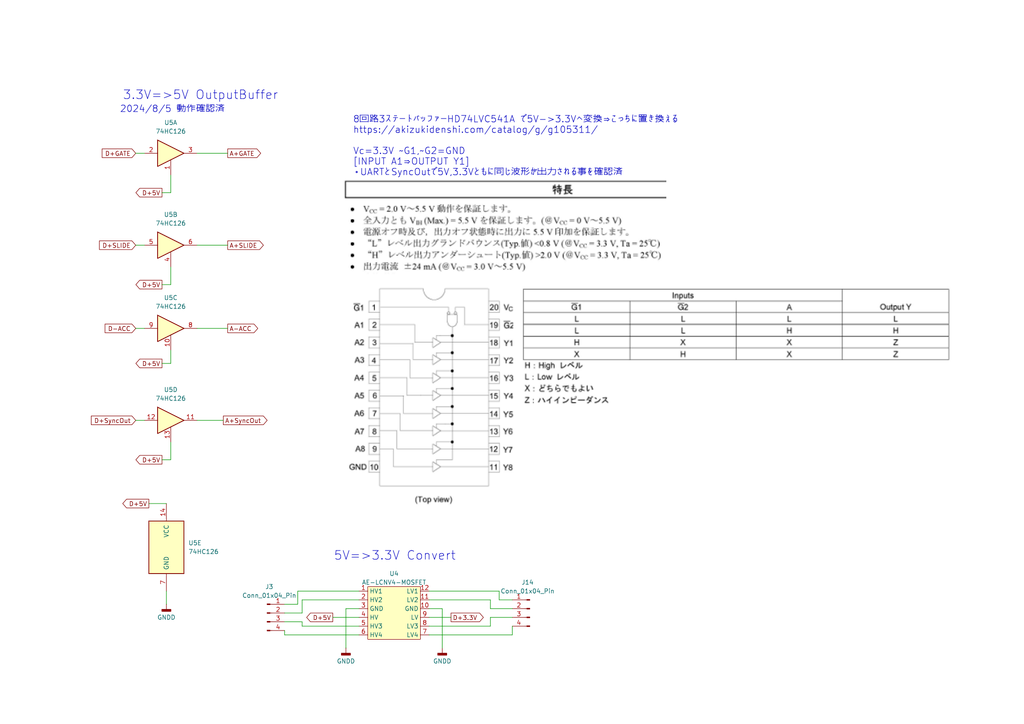
<source format=kicad_sch>
(kicad_sch (version 20231120) (generator "eeschema") (generator_version "8.0")
  (paper "A4")
  (lib_symbols
    (symbol "74xx:74LS126" (pin_names (offset 1.016))
      (property "Reference" "U" (at 0 1.27 0))
      (property "Value" "74LS126" (at 0 -1.27 0))
      (symbol "74LS126_1_0"
        (polyline (pts (xy -3.81 3.81) (xy -3.81 -3.81) (xy 3.81 0) (xy -3.81 3.81)) (stroke (width 0.254)) (fill (type background)))
        (pin input line (at 0 -6.35 90) (length 4.445) (name "~") (number "1"))
        (pin input line (at -7.62 0 0) (length 3.81) (name "~") (number "2"))
        (pin tri_state line (at 7.62 0 180) (length 3.81) (name "~") (number "3"))
      )
      (symbol "74LS126_2_0"
        (polyline (pts (xy -3.81 3.81) (xy -3.81 -3.81) (xy 3.81 0) (xy -3.81 3.81)) (stroke (width 0.254)) (fill (type background)))
        (pin input line (at 0 -6.35 90) (length 4.445) (name "~") (number "4"))
        (pin input line (at -7.62 0 0) (length 3.81) (name "~") (number "5"))
        (pin tri_state line (at 7.62 0 180) (length 3.81) (name "~") (number "6"))
      )
      (symbol "74LS126_3_0"
        (polyline (pts (xy -3.81 3.81) (xy -3.81 -3.81) (xy 3.81 0) (xy -3.81 3.81)) (stroke (width 0.254)) (fill (type background)))
        (pin input line (at 0 -6.35 90) (length 4.445) (name "~") (number "10"))
        (pin tri_state line (at 7.62 0 180) (length 3.81) (name "~") (number "8"))
        (pin input line (at -7.62 0 0) (length 3.81) (name "~") (number "9"))
      )
      (symbol "74LS126_4_0"
        (polyline (pts (xy -3.81 3.81) (xy -3.81 -3.81) (xy 3.81 0) (xy -3.81 3.81)) (stroke (width 0.254)) (fill (type background)))
        (pin tri_state line (at 7.62 0 180) (length 3.81) (name "~") (number "11"))
        (pin input line (at -7.62 0 0) (length 3.81) (name "~") (number "12"))
        (pin input line (at 0 -6.35 90) (length 4.445) (name "~") (number "13"))
      )
      (symbol "74LS126_5_0"
        (pin power_in line (at 0 12.7 270) (length 5.08) (name "VCC") (number "14"))
        (pin power_in line (at 0 -12.7 90) (length 5.08) (name "GND") (number "7"))
      )
      (symbol "74LS126_5_1"
        (rectangle (start -5.08 7.62) (end 5.08 -7.62) (stroke (width 0.254)) (fill (type background)))
      )
    )
    (symbol "Connector:Conn_01x04_Pin" (pin_names (offset 1.016) hide)
      (property "Reference" "J" (at 0 5.08 0))
      (property "Value" "Conn_01x04_Pin" (at 0 -7.62 0))
      (symbol "Conn_01x04_Pin_1_1"
        (polyline (pts (xy 1.27 -5.08) (xy 0.8636 -5.08)) (stroke (width 0.1524)))
        (polyline (pts (xy 1.27 -2.54) (xy 0.8636 -2.54)) (stroke (width 0.1524)))
        (polyline (pts (xy 1.27 0) (xy 0.8636 0)) (stroke (width 0.1524)))
        (polyline (pts (xy 1.27 2.54) (xy 0.8636 2.54)) (stroke (width 0.1524)))
        (rectangle (start 0.8636 -4.953) (end 0 -5.207) (stroke (width 0.1524)) (fill (type outline)))
        (rectangle (start 0.8636 -2.413) (end 0 -2.667) (stroke (width 0.1524)) (fill (type outline)))
        (rectangle (start 0.8636 0.127) (end 0 -0.127) (stroke (width 0.1524)) (fill (type outline)))
        (rectangle (start 0.8636 2.667) (end 0 2.413) (stroke (width 0.1524)) (fill (type outline)))
        (pin passive line (at 5.08 2.54 180) (length 3.81) (name "Pin_1") (number "1"))
        (pin passive line (at 5.08 0 180) (length 3.81) (name "Pin_2") (number "2"))
        (pin passive line (at 5.08 -2.54 180) (length 3.81) (name "Pin_3") (number "3"))
        (pin passive line (at 5.08 -5.08 180) (length 3.81) (name "Pin_4") (number "4"))
      )
    )
    (symbol "SamacSys_Parts:AE-LCNV4-MOSFET(BSS138)"
      (property "Reference" "U" (at 0 1.778 0))
      (symbol "AE-LCNV4-MOSFET(BSS138)_1_1"
        (rectangle (start -7.62 -1.27) (end 7.62 -16.51) (fill (type background)))
        (pin bidirectional line (at -10.16 -2.54 0) (length 2.54) (name "HV1") (number "1"))
        (pin power_in line (at 10.16 -7.62 180) (length 2.54) (name "GND") (number "10"))
        (pin bidirectional line (at 10.16 -5.08 180) (length 2.54) (name "LV2") (number "11"))
        (pin bidirectional line (at 10.16 -2.54 180) (length 2.54) (name "LV1") (number "12"))
        (pin bidirectional line (at -10.16 -5.08 0) (length 2.54) (name "HV2") (number "2"))
        (pin power_in line (at -10.16 -7.62 0) (length 2.54) (name "GND") (number "3"))
        (pin power_in line (at -10.16 -10.16 0) (length 2.54) (name "HV") (number "4"))
        (pin bidirectional line (at -10.16 -12.7 0) (length 2.54) (name "HV3") (number "5"))
        (pin bidirectional line (at -10.16 -15.24 0) (length 2.54) (name "HV4") (number "6"))
        (pin bidirectional line (at 10.16 -15.24 180) (length 2.54) (name "LV4") (number "7"))
        (pin bidirectional line (at 10.16 -12.7 180) (length 2.54) (name "LV3") (number "8"))
        (pin power_in line (at 10.16 -10.16 180) (length 2.54) (name "LV") (number "9"))
      )
    )
    (symbol "power:GNDD" (power) (pin_numbers hide) (pin_names (offset 0) hide)
      (property "Value" "GNDD" (at 0 -3.175 0))
      (symbol "GNDD_0_1"
        (rectangle (start -1.27 -1.524) (end 1.27 -2.032) (stroke (width 0.254)) (fill (type outline)))
        (polyline (pts (xy 0 0) (xy 0 -1.524)))
      )
      (symbol "GNDD_1_1"
        (pin power_in line (at 0 0 270) (length 0) (name "~") (number "1"))
      )
    )
  )
  (wire (pts (xy 148.59 173.99) (xy 144.78 173.99)))
  (wire (pts (xy 142.24 181.61) (xy 124.46 181.61)))
  (wire (pts (xy 87.63 181.61) (xy 104.14 181.61)))
  (wire (pts (xy 96.52 179.07) (xy 104.14 179.07)))
  (wire (pts (xy 43.18 146.05) (xy 48.26 146.05)))
  (wire (pts (xy 49.53 105.41) (xy 46.99 105.41)))
  (wire (pts (xy 49.53 82.55) (xy 46.99 82.55)))
  (wire (pts (xy 144.78 173.99) (xy 144.78 171.45)))
  (wire (pts (xy 49.53 77.47) (xy 49.53 82.55)))
  (wire (pts (xy 142.24 173.99) (xy 142.24 176.53)))
  (wire (pts (xy 57.15 95.25) (xy 66.04 95.25)))
  (wire (pts (xy 148.59 184.15) (xy 148.59 181.61)))
  (wire (pts (xy 57.15 44.45) (xy 66.04 44.45)))
  (wire (pts (xy 57.15 121.92) (xy 64.77 121.92)))
  (wire (pts (xy 39.37 71.12) (xy 41.91 71.12)))
  (wire (pts (xy 100.33 176.53) (xy 100.33 187.96)))
  (wire (pts (xy 144.78 171.45) (xy 124.46 171.45)))
  (wire (pts (xy 124.46 173.99) (xy 142.24 173.99)))
  (wire (pts (xy 124.46 176.53) (xy 128.27 176.53)))
  (wire (pts (xy 82.55 175.26) (xy 86.36 175.26)))
  (wire (pts (xy 87.63 180.34) (xy 87.63 181.61)))
  (wire (pts (xy 142.24 179.07) (xy 142.24 181.61)))
  (wire (pts (xy 49.53 101.6) (xy 49.53 105.41)))
  (wire (pts (xy 39.37 95.25) (xy 41.91 95.25)))
  (wire (pts (xy 104.14 176.53) (xy 100.33 176.53)))
  (wire (pts (xy 86.36 171.45) (xy 104.14 171.45)))
  (wire (pts (xy 49.53 128.27) (xy 49.53 133.35)))
  (wire (pts (xy 49.53 55.88) (xy 46.99 55.88)))
  (wire (pts (xy 86.36 175.26) (xy 86.36 171.45)))
  (wire (pts (xy 124.46 179.07) (xy 130.81 179.07)))
  (wire (pts (xy 142.24 176.53) (xy 148.59 176.53)))
  (wire (pts (xy 148.59 179.07) (xy 142.24 179.07)))
  (wire (pts (xy 48.26 171.45) (xy 48.26 175.26)))
  (wire (pts (xy 39.37 44.45) (xy 41.91 44.45)))
  (wire (pts (xy 49.53 50.8) (xy 49.53 55.88)))
  (wire (pts (xy 104.14 173.99) (xy 87.63 173.99)))
  (wire (pts (xy 87.63 173.99) (xy 87.63 177.8)))
  (wire (pts (xy 128.27 176.53) (xy 128.27 187.96)))
  (wire (pts (xy 57.15 71.12) (xy 66.04 71.12)))
  (wire (pts (xy 39.37 121.92) (xy 41.91 121.92)))
  (wire (pts (xy 82.55 182.88) (xy 82.55 184.15)))
  (wire (pts (xy 49.53 133.35) (xy 46.99 133.35)))
  (wire (pts (xy 82.55 180.34) (xy 87.63 180.34)))
  (wire (pts (xy 82.55 184.15) (xy 104.14 184.15)))
  (wire (pts (xy 124.46 184.15) (xy 148.59 184.15)))
  (wire (pts (xy 87.63 177.8) (xy 82.55 177.8)))
  (image (at 187.96 100.33) (scale 0.888688))
  (text "3.3V=>5V OutputBuffer" (at 35.56 27.686 0) (effects (font (size 2.54 2.54)) (justify left)))
  (text "2024/8/5 動作確認済" (at 50.038 31.75 0) (effects (font (size 1.905 1.905))))
  (text "8回路3ステートバッファーHD74LVC541A で5V->3.3Vへ変換⇒こっちに置き換える\nhttps://akizukidenshi.com/catalog/g/g105311/\n\nVc=3.3V ~G1,~G2=GND\n[INPUT A1⇒OUTPUT Y1]\n・UARTとSyncOutで5V,3.3Vともに同じ波形が出力される事を確認済" (at 102.362 42.418 0) (effects (font (size 1.905 1.905)) (justify left)))
  (text "5V=>3.3V Convert" (at 96.774 161.29 0) (effects (font (size 2.54 2.54)) (justify left)))
  (global_label "A+SLIDE" (shape output) (at 66.04 71.12 0) (property "Intersheetrefs" "${INTERSHEET_REFS}" (effects (hide yes))))
  (global_label "A+SyncOut" (shape output) (at 64.77 121.92 0) (property "Intersheetrefs" "${INTERSHEET_REFS}" (effects (hide yes))))
  (global_label "D+GATE" (shape input) (at 39.37 44.45 180) (property "Intersheetrefs" "${INTERSHEET_REFS}" (effects (hide yes))))
  (global_label "D-ACC" (shape input) (at 39.37 95.25 180) (property "Intersheetrefs" "${INTERSHEET_REFS}" (effects (hide yes))))
  (global_label "A+GATE" (shape output) (at 66.04 44.45 0) (property "Intersheetrefs" "${INTERSHEET_REFS}" (effects (hide yes))))
  (global_label "D+SLIDE" (shape input) (at 39.37 71.12 180) (property "Intersheetrefs" "${INTERSHEET_REFS}" (effects (hide yes))))
  (global_label "D+SyncOut" (shape input) (at 39.37 121.92 180) (property "Intersheetrefs" "${INTERSHEET_REFS}" (effects (hide yes))))
  (global_label "D+5V" (shape output) (at 46.99 55.88 180) (property "Intersheetrefs" "${INTERSHEET_REFS}" (effects (hide yes))))
  (global_label "D+5V" (shape output) (at 46.99 105.41 180) (property "Intersheetrefs" "${INTERSHEET_REFS}" (effects (hide yes))))
  (global_label "D+5V" (shape output) (at 96.52 179.07 180) (property "Intersheetrefs" "${INTERSHEET_REFS}" (effects (hide yes))))
  (global_label "D+5V" (shape output) (at 46.99 133.35 180) (property "Intersheetrefs" "${INTERSHEET_REFS}" (effects (hide yes))))
  (global_label "D+5V" (shape output) (at 43.18 146.05 180) (property "Intersheetrefs" "${INTERSHEET_REFS}" (effects (hide yes))))
  (global_label "D+3.3V" (shape output) (at 130.81 179.07 0) (property "Intersheetrefs" "${INTERSHEET_REFS}" (effects (hide yes))))
  (global_label "A-ACC" (shape output) (at 66.04 95.25 0) (property "Intersheetrefs" "${INTERSHEET_REFS}" (effects (hide yes))))
  (global_label "D+5V" (shape output) (at 46.99 82.55 180) (property "Intersheetrefs" "${INTERSHEET_REFS}" (effects (hide yes))))
  (symbol (lib_id "74xx:74LS126") (at 49.53 71.12 0) (unit 2)
    (property "Reference" "U5" (at 49.53 62.23 0))
    (property "Value" "74HC126" (at 49.53 64.77 0))
    (property "Footprint" "Package_DIP:DIP-14_W7.62mm" (effects (hide yes)))
    (property "Datasheet" "http://www.ti.com/lit/gpn/sn74LS126" (effects (hide yes)))
    (property "Description" "Quad buffer 3-State outputs" (effects (hide yes)))
  )
  (symbol (lib_id "Connector:Conn_01x04_Pin") (at 153.67 176.53 0) (mirror y) (unit 1)
    (property "Reference" "J14" (at 153.035 168.91 0))
    (property "Value" "Conn_01x04_Pin" (at 153.035 171.45 0))
    (property "Footprint" "Connector_PinSocket_2.54mm:PinSocket_1x04_P2.54mm_Vertical" (effects (hide yes)))
    (property "Description" "Generic connector, single row, 01x04, script generated" (effects (hide yes)))
  )
  (symbol (lib_id "SamacSys_Parts:AE-LCNV4-MOSFET(BSS138)") (at 114.3 168.91 0) (unit 1)
    (property "Reference" "U4" (at 114.3 166.37 0))
    (property "Value" "AE-LCNV4-MOSFET" (at 114.3 168.91 0))
    (property "Footprint" "SamacSys_Parts:CERDIP-14_W10.16mm_SideBrazed_LongPads_Socket" (effects (hide yes)))
    (property "Datasheet" "https://akizukidenshi.com/goodsaffix/AE-LCNV4-MOSFET_20200316.pdf" (effects (hide yes)))
  )
  (symbol (lib_id "power:GNDD") (at 128.27 187.96 0) (unit 1)
    (property "Reference" "#PWR012" (effects (hide yes)))
    (property "Value" "GNDD" (at 128.27 191.77 0))
    (property "Description" "Power symbol creates a global label with name \"GNDD\" , digital ground" (effects (hide yes)))
  )
  (symbol (lib_id "74xx:74LS126") (at 49.53 95.25 0) (unit 3)
    (property "Reference" "U5" (at 49.53 86.36 0))
    (property "Value" "74HC126" (at 49.53 88.9 0))
    (property "Footprint" "Package_DIP:DIP-14_W7.62mm" (effects (hide yes)))
    (property "Datasheet" "http://www.ti.com/lit/gpn/sn74LS126" (effects (hide yes)))
    (property "Description" "Quad buffer 3-State outputs" (effects (hide yes)))
  )
  (symbol (lib_id "power:GNDD") (at 100.33 187.96 0) (unit 1)
    (property "Reference" "#PWR011" (effects (hide yes)))
    (property "Value" "GNDD" (at 100.33 191.77 0))
    (property "Description" "Power symbol creates a global label with name \"GNDD\" , digital ground" (effects (hide yes)))
  )
  (symbol (lib_id "74xx:74LS126") (at 49.53 121.92 0) (unit 4)
    (property "Reference" "U5" (at 49.53 113.03 0))
    (property "Value" "74HC126" (at 49.53 115.57 0))
    (property "Footprint" "Package_DIP:DIP-14_W7.62mm" (effects (hide yes)))
    (property "Datasheet" "http://www.ti.com/lit/gpn/sn74LS126" (effects (hide yes)))
    (property "Description" "Quad buffer 3-State outputs" (effects (hide yes)))
  )
  (symbol (lib_id "74xx:74LS126") (at 49.53 44.45 0) (unit 1)
    (property "Reference" "U5" (at 49.53 35.56 0))
    (property "Value" "74HC126" (at 49.53 38.1 0))
    (property "Footprint" "Package_DIP:DIP-14_W7.62mm" (effects (hide yes)))
    (property "Datasheet" "http://www.ti.com/lit/gpn/sn74LS126" (effects (hide yes)))
    (property "Description" "Quad buffer 3-State outputs" (effects (hide yes)))
  )
  (symbol (lib_id "74xx:74LS126") (at 48.26 158.75 0) (unit 5)
    (property "Reference" "U5" (at 54.61 157.4799 0) (effects (justify left)))
    (property "Value" "74HC126" (at 54.61 160.0199 0) (effects (justify left)))
    (property "Footprint" "Package_DIP:DIP-14_W7.62mm" (effects (hide yes)))
    (property "Datasheet" "http://www.ti.com/lit/gpn/sn74LS126" (effects (hide yes)))
    (property "Description" "Quad buffer 3-State outputs" (effects (hide yes)))
  )
  (symbol (lib_id "Connector:Conn_01x04_Pin") (at 77.47 177.8 0) (unit 1)
    (property "Reference" "J3" (at 78.105 170.18 0))
    (property "Value" "Conn_01x04_Pin" (at 78.105 172.72 0))
    (property "Footprint" "Connector_PinSocket_2.54mm:PinSocket_1x04_P2.54mm_Vertical" (effects (hide yes)))
    (property "Description" "Generic connector, single row, 01x04, script generated" (effects (hide yes)))
  )
  (symbol (lib_id "power:GNDD") (at 48.26 175.26 0) (unit 1)
    (property "Reference" "#PWR013" (effects (hide yes)))
    (property "Value" "GNDD" (at 48.26 179.07 0))
    (property "Description" "Power symbol creates a global label with name \"GNDD\" , digital ground" (effects (hide yes)))
  )
)
</source>
